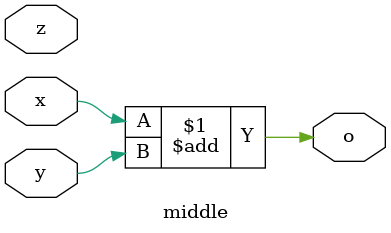
<source format=v>
module top
(
 input x,
 input x,
 input z,
 input cin,

 output reg A,
 output cout
 );
 parameter X = 1;
 wire o;

always @(posedge cin)
	A <= o;

middle u_mid (.z(z),.x(x),.o(o));

endmodule

module middle
(
	input x,
	input y,
	input z,
	output o
);

assign o = x + y;
endmodule

</source>
